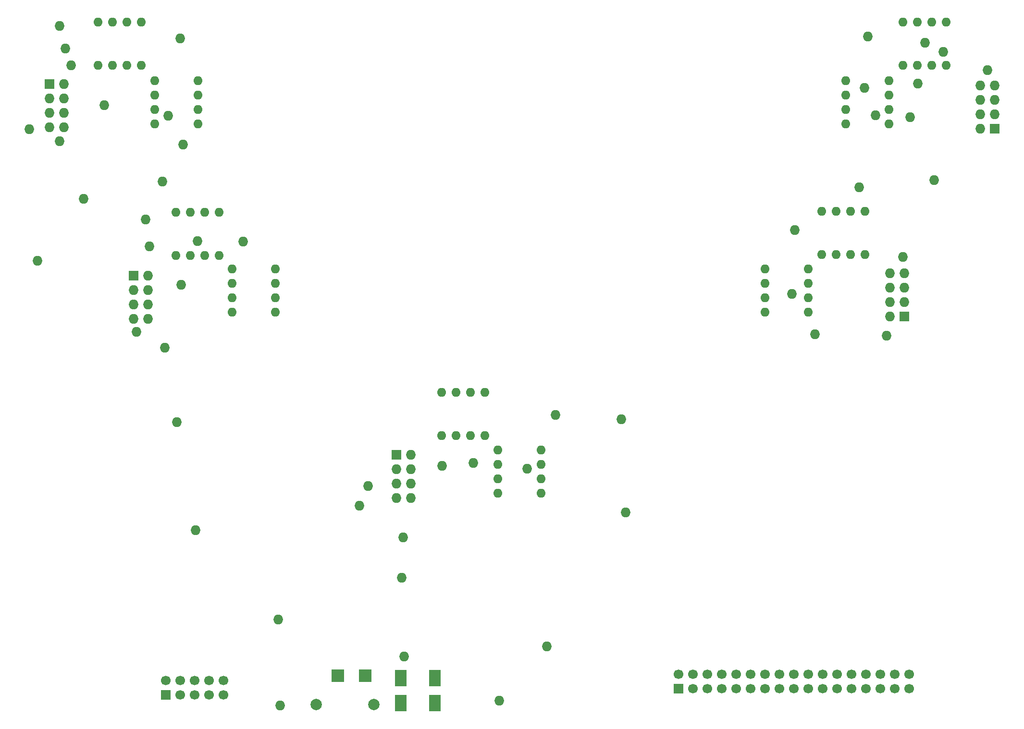
<source format=gts>
G04 #@! TF.FileFunction,Soldermask,Top*
%FSLAX46Y46*%
G04 Gerber Fmt 4.6, Leading zero omitted, Abs format (unit mm)*
G04 Created by KiCad (PCBNEW 4.0.5) date 2017 January 03, Tuesday 16:58:24*
%MOMM*%
%LPD*%
G01*
G04 APERTURE LIST*
%ADD10C,0.150000*%
%ADD11O,1.727200X1.727200*%
%ADD12R,1.700000X1.700000*%
%ADD13C,1.700000*%
%ADD14O,1.600000X1.600000*%
%ADD15R,1.727200X1.727200*%
%ADD16R,2.235200X2.235200*%
%ADD17C,1.998980*%
%ADD18R,1.998980X2.999740*%
G04 APERTURE END LIST*
D10*
D11*
X161250000Y-125860000D03*
X201830000Y-164890000D03*
X278840000Y-103870000D03*
X280140000Y-97960000D03*
X131020000Y-94750000D03*
X189470000Y-177960000D03*
D12*
X238020000Y-204670000D03*
D13*
X238020000Y-202130000D03*
X240560000Y-204670000D03*
X240560000Y-202130000D03*
X243100000Y-204670000D03*
X243100000Y-202130000D03*
X245640000Y-204670000D03*
X245640000Y-202130000D03*
X248180000Y-204670000D03*
X248180000Y-202130000D03*
X250720000Y-204670000D03*
X250720000Y-202130000D03*
X253260000Y-204670000D03*
X253260000Y-202130000D03*
X255800000Y-204670000D03*
X255800000Y-202130000D03*
X258340000Y-204670000D03*
X258340000Y-202130000D03*
X260880000Y-204670000D03*
X260880000Y-202130000D03*
X263420000Y-204670000D03*
X263420000Y-202130000D03*
X265960000Y-204670000D03*
X265960000Y-202130000D03*
X268500000Y-204670000D03*
X268500000Y-202130000D03*
X271040000Y-204670000D03*
X271040000Y-202130000D03*
X273580000Y-204670000D03*
X273580000Y-202130000D03*
X276120000Y-204670000D03*
X276120000Y-202130000D03*
X278660000Y-204670000D03*
X278660000Y-202130000D03*
D11*
X136860000Y-101820000D03*
X128980000Y-87850000D03*
X129980000Y-91770000D03*
X148060000Y-103690000D03*
X150200000Y-89980000D03*
X150730000Y-108690000D03*
X150380000Y-133460000D03*
X153240000Y-125780000D03*
X144740000Y-126710000D03*
X144090000Y-121940000D03*
X147030000Y-115280000D03*
X189260000Y-185110000D03*
X196320000Y-165350000D03*
X211290000Y-165910000D03*
X281450000Y-90770000D03*
X272680000Y-103540000D03*
X270730000Y-98730000D03*
X271350000Y-89680000D03*
X284650000Y-92420000D03*
X292420000Y-95610000D03*
X269810000Y-116250000D03*
X258490000Y-123760000D03*
X257970000Y-135100000D03*
X274650000Y-142420000D03*
X277520000Y-128520000D03*
X283000000Y-114990000D03*
X262050000Y-142140000D03*
X181770000Y-172370000D03*
X183330000Y-168930000D03*
X216320000Y-156430000D03*
X227940000Y-157190000D03*
X228670000Y-173560000D03*
X189620000Y-198980000D03*
X214820000Y-197200000D03*
X206440000Y-206810000D03*
X167850000Y-207630000D03*
X167500000Y-192450000D03*
X152900000Y-176680000D03*
X149600000Y-157630000D03*
X142530000Y-141730000D03*
X147470000Y-144530000D03*
X125070000Y-129240000D03*
X128940000Y-108160000D03*
X123610000Y-106000000D03*
X133160000Y-118300000D03*
D14*
X143330000Y-87100000D03*
X140790000Y-87100000D03*
X138250000Y-87100000D03*
X135710000Y-87100000D03*
X135710000Y-94720000D03*
X138250000Y-94720000D03*
X140790000Y-94720000D03*
X143330000Y-94720000D03*
D15*
X293740000Y-105920000D03*
D11*
X293740000Y-103380000D03*
X293740000Y-100840000D03*
X293740000Y-98300000D03*
X291200000Y-98300000D03*
X291200000Y-100840000D03*
X291200000Y-103380000D03*
X291200000Y-105920000D03*
D15*
X277770000Y-139080000D03*
D11*
X277770000Y-136540000D03*
X277770000Y-134000000D03*
X277770000Y-131460000D03*
X275230000Y-131460000D03*
X275230000Y-134000000D03*
X275230000Y-136540000D03*
X275230000Y-139080000D03*
D15*
X188260000Y-163450000D03*
D11*
X188260000Y-165990000D03*
X188260000Y-168530000D03*
X188260000Y-171070000D03*
X190800000Y-171070000D03*
X190800000Y-168530000D03*
X190800000Y-165990000D03*
X190800000Y-163450000D03*
D15*
X142000000Y-131830000D03*
D11*
X142000000Y-134370000D03*
X142000000Y-136910000D03*
X142000000Y-139450000D03*
X144540000Y-139450000D03*
X144540000Y-136910000D03*
X144540000Y-134370000D03*
X144540000Y-131830000D03*
D15*
X127170000Y-98060000D03*
D11*
X127170000Y-100600000D03*
X127170000Y-103140000D03*
X127170000Y-105680000D03*
X129710000Y-105680000D03*
X129710000Y-103140000D03*
X129710000Y-100600000D03*
X129710000Y-98060000D03*
D16*
X177950000Y-202410000D03*
X182830000Y-202410000D03*
D12*
X147650000Y-205750000D03*
D13*
X147650000Y-203210000D03*
X150190000Y-205750000D03*
X150190000Y-203210000D03*
X152730000Y-205750000D03*
X152730000Y-203210000D03*
X155270000Y-205750000D03*
X155270000Y-203210000D03*
X157810000Y-205750000D03*
X157810000Y-203210000D03*
D17*
X184330000Y-207420000D03*
X174170000Y-207420000D03*
D14*
X145730000Y-97460000D03*
X145730000Y-100000000D03*
X145730000Y-102540000D03*
X145730000Y-105080000D03*
X153350000Y-105080000D03*
X153350000Y-102540000D03*
X153350000Y-100000000D03*
X153350000Y-97460000D03*
X157090000Y-120640000D03*
X154550000Y-120640000D03*
X152010000Y-120640000D03*
X149470000Y-120640000D03*
X149470000Y-128260000D03*
X152010000Y-128260000D03*
X154550000Y-128260000D03*
X157090000Y-128260000D03*
X159310000Y-130680000D03*
X159310000Y-133220000D03*
X159310000Y-135760000D03*
X159310000Y-138300000D03*
X166930000Y-138300000D03*
X166930000Y-135760000D03*
X166930000Y-133220000D03*
X166930000Y-130680000D03*
X203850000Y-152380000D03*
X201310000Y-152380000D03*
X198770000Y-152380000D03*
X196230000Y-152380000D03*
X196230000Y-160000000D03*
X198770000Y-160000000D03*
X201310000Y-160000000D03*
X203850000Y-160000000D03*
X206150000Y-162540000D03*
X206150000Y-165080000D03*
X206150000Y-167620000D03*
X206150000Y-170160000D03*
X213770000Y-170160000D03*
X213770000Y-167620000D03*
X213770000Y-165080000D03*
X213770000Y-162540000D03*
X253280000Y-130680000D03*
X253280000Y-133220000D03*
X253280000Y-135760000D03*
X253280000Y-138300000D03*
X260900000Y-138300000D03*
X260900000Y-135760000D03*
X260900000Y-133220000D03*
X260900000Y-130680000D03*
X263230000Y-128100000D03*
X265770000Y-128100000D03*
X268310000Y-128100000D03*
X270850000Y-128100000D03*
X270850000Y-120480000D03*
X268310000Y-120480000D03*
X265770000Y-120480000D03*
X263230000Y-120480000D03*
X267440000Y-97450000D03*
X267440000Y-99990000D03*
X267440000Y-102530000D03*
X267440000Y-105070000D03*
X275060000Y-105070000D03*
X275060000Y-102530000D03*
X275060000Y-99990000D03*
X275060000Y-97450000D03*
X277500000Y-94740000D03*
X280040000Y-94740000D03*
X282580000Y-94740000D03*
X285120000Y-94740000D03*
X285120000Y-87120000D03*
X282580000Y-87120000D03*
X280040000Y-87120000D03*
X277500000Y-87120000D03*
D18*
X189080560Y-202830000D03*
X195080040Y-202830000D03*
X189080260Y-207210000D03*
X195079740Y-207210000D03*
M02*

</source>
